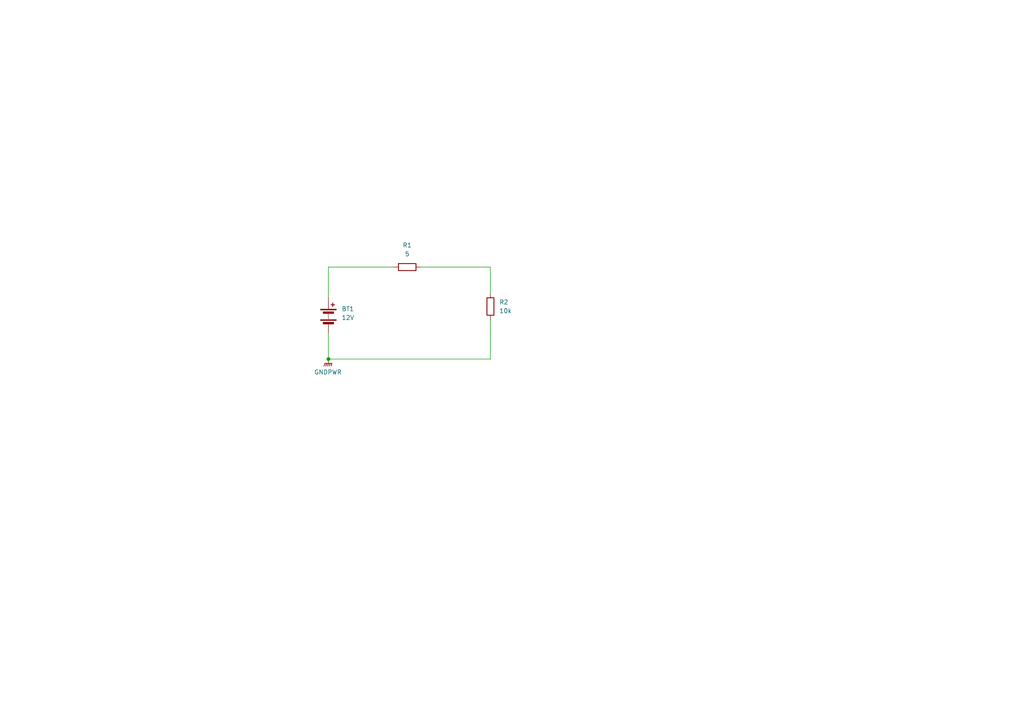
<source format=kicad_sch>
(kicad_sch
	(version 20231120)
	(generator "eeschema")
	(generator_version "8.0")
	(uuid "8c57f642-1dfb-43cd-aae5-6a83119dbc5b")
	(paper "A4")
	(lib_symbols
		(symbol "Device:Battery"
			(pin_numbers hide)
			(pin_names
				(offset 0) hide)
			(exclude_from_sim no)
			(in_bom yes)
			(on_board yes)
			(property "Reference" "BT"
				(at 2.54 2.54 0)
				(effects
					(font
						(size 1.27 1.27)
					)
					(justify left)
				)
			)
			(property "Value" "Battery"
				(at 2.54 0 0)
				(effects
					(font
						(size 1.27 1.27)
					)
					(justify left)
				)
			)
			(property "Footprint" ""
				(at 0 1.524 90)
				(effects
					(font
						(size 1.27 1.27)
					)
					(hide yes)
				)
			)
			(property "Datasheet" "~"
				(at 0 1.524 90)
				(effects
					(font
						(size 1.27 1.27)
					)
					(hide yes)
				)
			)
			(property "Description" "Multiple-cell battery"
				(at 0 0 0)
				(effects
					(font
						(size 1.27 1.27)
					)
					(hide yes)
				)
			)
			(property "ki_keywords" "batt voltage-source cell"
				(at 0 0 0)
				(effects
					(font
						(size 1.27 1.27)
					)
					(hide yes)
				)
			)
			(symbol "Battery_0_1"
				(rectangle
					(start -2.286 -1.27)
					(end 2.286 -1.524)
					(stroke
						(width 0)
						(type default)
					)
					(fill
						(type outline)
					)
				)
				(rectangle
					(start -2.286 1.778)
					(end 2.286 1.524)
					(stroke
						(width 0)
						(type default)
					)
					(fill
						(type outline)
					)
				)
				(rectangle
					(start -1.524 -2.032)
					(end 1.524 -2.54)
					(stroke
						(width 0)
						(type default)
					)
					(fill
						(type outline)
					)
				)
				(rectangle
					(start -1.524 1.016)
					(end 1.524 0.508)
					(stroke
						(width 0)
						(type default)
					)
					(fill
						(type outline)
					)
				)
				(polyline
					(pts
						(xy 0 -1.016) (xy 0 -0.762)
					)
					(stroke
						(width 0)
						(type default)
					)
					(fill
						(type none)
					)
				)
				(polyline
					(pts
						(xy 0 -0.508) (xy 0 -0.254)
					)
					(stroke
						(width 0)
						(type default)
					)
					(fill
						(type none)
					)
				)
				(polyline
					(pts
						(xy 0 0) (xy 0 0.254)
					)
					(stroke
						(width 0)
						(type default)
					)
					(fill
						(type none)
					)
				)
				(polyline
					(pts
						(xy 0 1.778) (xy 0 2.54)
					)
					(stroke
						(width 0)
						(type default)
					)
					(fill
						(type none)
					)
				)
				(polyline
					(pts
						(xy 0.762 3.048) (xy 1.778 3.048)
					)
					(stroke
						(width 0.254)
						(type default)
					)
					(fill
						(type none)
					)
				)
				(polyline
					(pts
						(xy 1.27 3.556) (xy 1.27 2.54)
					)
					(stroke
						(width 0.254)
						(type default)
					)
					(fill
						(type none)
					)
				)
			)
			(symbol "Battery_1_1"
				(pin passive line
					(at 0 5.08 270)
					(length 2.54)
					(name "+"
						(effects
							(font
								(size 1.27 1.27)
							)
						)
					)
					(number "1"
						(effects
							(font
								(size 1.27 1.27)
							)
						)
					)
				)
				(pin passive line
					(at 0 -5.08 90)
					(length 2.54)
					(name "-"
						(effects
							(font
								(size 1.27 1.27)
							)
						)
					)
					(number "2"
						(effects
							(font
								(size 1.27 1.27)
							)
						)
					)
				)
			)
		)
		(symbol "Device:R"
			(pin_numbers hide)
			(pin_names
				(offset 0)
			)
			(exclude_from_sim no)
			(in_bom yes)
			(on_board yes)
			(property "Reference" "R"
				(at 2.032 0 90)
				(effects
					(font
						(size 1.27 1.27)
					)
				)
			)
			(property "Value" "R"
				(at 0 0 90)
				(effects
					(font
						(size 1.27 1.27)
					)
				)
			)
			(property "Footprint" ""
				(at -1.778 0 90)
				(effects
					(font
						(size 1.27 1.27)
					)
					(hide yes)
				)
			)
			(property "Datasheet" "~"
				(at 0 0 0)
				(effects
					(font
						(size 1.27 1.27)
					)
					(hide yes)
				)
			)
			(property "Description" "Resistor"
				(at 0 0 0)
				(effects
					(font
						(size 1.27 1.27)
					)
					(hide yes)
				)
			)
			(property "ki_keywords" "R res resistor"
				(at 0 0 0)
				(effects
					(font
						(size 1.27 1.27)
					)
					(hide yes)
				)
			)
			(property "ki_fp_filters" "R_*"
				(at 0 0 0)
				(effects
					(font
						(size 1.27 1.27)
					)
					(hide yes)
				)
			)
			(symbol "R_0_1"
				(rectangle
					(start -1.016 -2.54)
					(end 1.016 2.54)
					(stroke
						(width 0.254)
						(type default)
					)
					(fill
						(type none)
					)
				)
			)
			(symbol "R_1_1"
				(pin passive line
					(at 0 3.81 270)
					(length 1.27)
					(name "~"
						(effects
							(font
								(size 1.27 1.27)
							)
						)
					)
					(number "1"
						(effects
							(font
								(size 1.27 1.27)
							)
						)
					)
				)
				(pin passive line
					(at 0 -3.81 90)
					(length 1.27)
					(name "~"
						(effects
							(font
								(size 1.27 1.27)
							)
						)
					)
					(number "2"
						(effects
							(font
								(size 1.27 1.27)
							)
						)
					)
				)
			)
		)
		(symbol "power:GNDPWR"
			(power)
			(pin_numbers hide)
			(pin_names
				(offset 0) hide)
			(exclude_from_sim no)
			(in_bom yes)
			(on_board yes)
			(property "Reference" "#PWR"
				(at 0 -5.08 0)
				(effects
					(font
						(size 1.27 1.27)
					)
					(hide yes)
				)
			)
			(property "Value" "GNDPWR"
				(at 0 -3.302 0)
				(effects
					(font
						(size 1.27 1.27)
					)
				)
			)
			(property "Footprint" ""
				(at 0 -1.27 0)
				(effects
					(font
						(size 1.27 1.27)
					)
					(hide yes)
				)
			)
			(property "Datasheet" ""
				(at 0 -1.27 0)
				(effects
					(font
						(size 1.27 1.27)
					)
					(hide yes)
				)
			)
			(property "Description" "Power symbol creates a global label with name \"GNDPWR\" , global ground"
				(at 0 0 0)
				(effects
					(font
						(size 1.27 1.27)
					)
					(hide yes)
				)
			)
			(property "ki_keywords" "global ground"
				(at 0 0 0)
				(effects
					(font
						(size 1.27 1.27)
					)
					(hide yes)
				)
			)
			(symbol "GNDPWR_0_1"
				(polyline
					(pts
						(xy 0 -1.27) (xy 0 0)
					)
					(stroke
						(width 0)
						(type default)
					)
					(fill
						(type none)
					)
				)
				(polyline
					(pts
						(xy -1.016 -1.27) (xy -1.27 -2.032) (xy -1.27 -2.032)
					)
					(stroke
						(width 0.2032)
						(type default)
					)
					(fill
						(type none)
					)
				)
				(polyline
					(pts
						(xy -0.508 -1.27) (xy -0.762 -2.032) (xy -0.762 -2.032)
					)
					(stroke
						(width 0.2032)
						(type default)
					)
					(fill
						(type none)
					)
				)
				(polyline
					(pts
						(xy 0 -1.27) (xy -0.254 -2.032) (xy -0.254 -2.032)
					)
					(stroke
						(width 0.2032)
						(type default)
					)
					(fill
						(type none)
					)
				)
				(polyline
					(pts
						(xy 0.508 -1.27) (xy 0.254 -2.032) (xy 0.254 -2.032)
					)
					(stroke
						(width 0.2032)
						(type default)
					)
					(fill
						(type none)
					)
				)
				(polyline
					(pts
						(xy 1.016 -1.27) (xy -1.016 -1.27) (xy -1.016 -1.27)
					)
					(stroke
						(width 0.2032)
						(type default)
					)
					(fill
						(type none)
					)
				)
				(polyline
					(pts
						(xy 1.016 -1.27) (xy 0.762 -2.032) (xy 0.762 -2.032) (xy 0.762 -2.032)
					)
					(stroke
						(width 0.2032)
						(type default)
					)
					(fill
						(type none)
					)
				)
			)
			(symbol "GNDPWR_1_1"
				(pin power_in line
					(at 0 0 270)
					(length 0)
					(name "~"
						(effects
							(font
								(size 1.27 1.27)
							)
						)
					)
					(number "1"
						(effects
							(font
								(size 1.27 1.27)
							)
						)
					)
				)
			)
		)
	)
	(junction
		(at 95.25 104.14)
		(diameter 0)
		(color 0 0 0 0)
		(uuid "1fdac2da-bc85-4edc-a8dd-53e380025d07")
	)
	(wire
		(pts
			(xy 142.24 92.71) (xy 142.24 104.14)
		)
		(stroke
			(width 0)
			(type default)
		)
		(uuid "37e34491-892f-47e3-b6d1-f06df86485ff")
	)
	(wire
		(pts
			(xy 95.25 86.36) (xy 95.25 77.47)
		)
		(stroke
			(width 0)
			(type default)
		)
		(uuid "52087f9c-4b6f-445f-ba45-e776b07ad420")
	)
	(wire
		(pts
			(xy 142.24 77.47) (xy 142.24 85.09)
		)
		(stroke
			(width 0)
			(type default)
		)
		(uuid "886e9d4a-b137-41ca-93a4-34825040bb35")
	)
	(wire
		(pts
			(xy 121.92 77.47) (xy 142.24 77.47)
		)
		(stroke
			(width 0)
			(type default)
		)
		(uuid "8b047595-afbe-4846-9716-ecf42ad9dcd8")
	)
	(wire
		(pts
			(xy 95.25 96.52) (xy 95.25 104.14)
		)
		(stroke
			(width 0)
			(type default)
		)
		(uuid "8ed722fd-e248-4295-8358-f21e8e2780f4")
	)
	(wire
		(pts
			(xy 95.25 77.47) (xy 114.3 77.47)
		)
		(stroke
			(width 0)
			(type default)
		)
		(uuid "91c0740d-fa94-491c-a239-2f6f845972a4")
	)
	(wire
		(pts
			(xy 95.25 104.14) (xy 142.24 104.14)
		)
		(stroke
			(width 0)
			(type default)
		)
		(uuid "9b05ceb4-78f8-46b5-8a39-e79d905cb448")
	)
	(symbol
		(lib_id "Device:R")
		(at 142.24 88.9 0)
		(unit 1)
		(exclude_from_sim no)
		(in_bom yes)
		(on_board yes)
		(dnp no)
		(fields_autoplaced yes)
		(uuid "5479aa12-f482-4c0c-bc9c-661c7be706d5")
		(property "Reference" "R2"
			(at 144.78 87.6299 0)
			(effects
				(font
					(size 1.27 1.27)
				)
				(justify left)
			)
		)
		(property "Value" "10k"
			(at 144.78 90.1699 0)
			(effects
				(font
					(size 1.27 1.27)
				)
				(justify left)
			)
		)
		(property "Footprint" ""
			(at 140.462 88.9 90)
			(effects
				(font
					(size 1.27 1.27)
				)
				(hide yes)
			)
		)
		(property "Datasheet" "~"
			(at 142.24 88.9 0)
			(effects
				(font
					(size 1.27 1.27)
				)
				(hide yes)
			)
		)
		(property "Description" "Resistor"
			(at 142.24 88.9 0)
			(effects
				(font
					(size 1.27 1.27)
				)
				(hide yes)
			)
		)
		(pin "2"
			(uuid "b95f320a-6af3-4239-adf3-25a45c0abb39")
		)
		(pin "1"
			(uuid "28783b4a-db47-4021-ad22-f0ec304b6a2c")
		)
		(instances
			(project ""
				(path "/8c57f642-1dfb-43cd-aae5-6a83119dbc5b"
					(reference "R2")
					(unit 1)
				)
			)
		)
	)
	(symbol
		(lib_id "Device:Battery")
		(at 95.25 91.44 0)
		(unit 1)
		(exclude_from_sim no)
		(in_bom yes)
		(on_board yes)
		(dnp no)
		(fields_autoplaced yes)
		(uuid "b3df6353-dfc4-4417-80d8-b0b30b381b12")
		(property "Reference" "BT1"
			(at 99.06 89.5984 0)
			(effects
				(font
					(size 1.27 1.27)
				)
				(justify left)
			)
		)
		(property "Value" "12V"
			(at 99.06 92.1384 0)
			(effects
				(font
					(size 1.27 1.27)
				)
				(justify left)
			)
		)
		(property "Footprint" ""
			(at 95.25 89.916 90)
			(effects
				(font
					(size 1.27 1.27)
				)
				(hide yes)
			)
		)
		(property "Datasheet" "~"
			(at 95.25 89.916 90)
			(effects
				(font
					(size 1.27 1.27)
				)
				(hide yes)
			)
		)
		(property "Description" "Multiple-cell battery"
			(at 95.25 91.44 0)
			(effects
				(font
					(size 1.27 1.27)
				)
				(hide yes)
			)
		)
		(pin "2"
			(uuid "c40ea78b-99a4-4887-96ff-c43236629a77")
		)
		(pin "1"
			(uuid "b402f514-f294-4775-88a5-98993d65096f")
		)
		(instances
			(project ""
				(path "/8c57f642-1dfb-43cd-aae5-6a83119dbc5b"
					(reference "BT1")
					(unit 1)
				)
			)
		)
	)
	(symbol
		(lib_id "Device:R")
		(at 118.11 77.47 270)
		(unit 1)
		(exclude_from_sim no)
		(in_bom yes)
		(on_board yes)
		(dnp no)
		(fields_autoplaced yes)
		(uuid "c7d8558d-b553-4518-aaf8-0c0c025e9a9b")
		(property "Reference" "R1"
			(at 118.11 71.12 90)
			(effects
				(font
					(size 1.27 1.27)
				)
			)
		)
		(property "Value" "5"
			(at 118.11 73.66 90)
			(effects
				(font
					(size 1.27 1.27)
				)
			)
		)
		(property "Footprint" ""
			(at 118.11 75.692 90)
			(effects
				(font
					(size 1.27 1.27)
				)
				(hide yes)
			)
		)
		(property "Datasheet" "~"
			(at 118.11 77.47 0)
			(effects
				(font
					(size 1.27 1.27)
				)
				(hide yes)
			)
		)
		(property "Description" "Resistor"
			(at 118.11 77.47 0)
			(effects
				(font
					(size 1.27 1.27)
				)
				(hide yes)
			)
		)
		(pin "2"
			(uuid "78f4741a-719c-4401-af64-d6823fb13881")
		)
		(pin "1"
			(uuid "ca2eb911-fd31-4ea6-923f-3b6ea7ea4241")
		)
		(instances
			(project ""
				(path "/8c57f642-1dfb-43cd-aae5-6a83119dbc5b"
					(reference "R1")
					(unit 1)
				)
			)
		)
	)
	(symbol
		(lib_id "power:GNDPWR")
		(at 95.25 104.14 0)
		(unit 1)
		(exclude_from_sim no)
		(in_bom yes)
		(on_board yes)
		(dnp no)
		(fields_autoplaced yes)
		(uuid "fdef0f51-6424-43a9-b860-a2de6d5adc08")
		(property "Reference" "#PWR01"
			(at 95.25 109.22 0)
			(effects
				(font
					(size 1.27 1.27)
				)
				(hide yes)
			)
		)
		(property "Value" "GNDPWR"
			(at 95.123 107.95 0)
			(effects
				(font
					(size 1.27 1.27)
				)
			)
		)
		(property "Footprint" ""
			(at 95.25 105.41 0)
			(effects
				(font
					(size 1.27 1.27)
				)
				(hide yes)
			)
		)
		(property "Datasheet" ""
			(at 95.25 105.41 0)
			(effects
				(font
					(size 1.27 1.27)
				)
				(hide yes)
			)
		)
		(property "Description" "Power symbol creates a global label with name \"GNDPWR\" , global ground"
			(at 95.25 104.14 0)
			(effects
				(font
					(size 1.27 1.27)
				)
				(hide yes)
			)
		)
		(pin "1"
			(uuid "f6903052-050e-43e0-9ddb-bfa3024f2a25")
		)
		(instances
			(project ""
				(path "/8c57f642-1dfb-43cd-aae5-6a83119dbc5b"
					(reference "#PWR01")
					(unit 1)
				)
			)
		)
	)
	(sheet_instances
		(path "/"
			(page "1")
		)
	)
)

</source>
